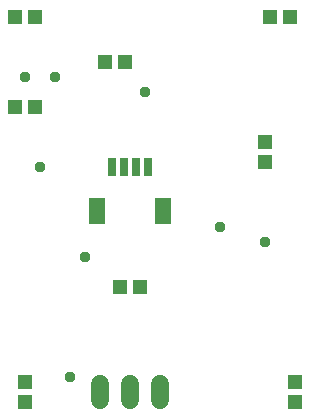
<source format=gbr>
G04 EAGLE Gerber RS-274X export*
G75*
%MOMM*%
%FSLAX34Y34*%
%LPD*%
%INSoldermask Top*%
%IPPOS*%
%AMOC8*
5,1,8,0,0,1.08239X$1,22.5*%
G01*
%ADD10R,1.203200X1.303200*%
%ADD11R,1.403200X2.203200*%
%ADD12R,0.803200X1.553200*%
%ADD13R,1.303200X1.203200*%
%ADD14C,1.524000*%
%ADD15C,0.959600*%


D10*
X25400Y42300D03*
X25400Y59300D03*
X254000Y59300D03*
X254000Y42300D03*
D11*
X86300Y204550D03*
X142300Y204550D03*
D12*
X99300Y241300D03*
X109300Y241300D03*
X119300Y241300D03*
X129300Y241300D03*
D13*
X122800Y139700D03*
X105800Y139700D03*
X93100Y330200D03*
X110100Y330200D03*
X33900Y292100D03*
X16900Y292100D03*
D10*
X228600Y262500D03*
X228600Y245500D03*
D13*
X232800Y368300D03*
X249800Y368300D03*
X16900Y368300D03*
X33900Y368300D03*
D14*
X88900Y57404D02*
X88900Y44196D01*
X139700Y44196D02*
X139700Y57404D01*
X114300Y57404D02*
X114300Y44196D01*
D15*
X127000Y304800D03*
X38100Y241300D03*
X190500Y190500D03*
X76200Y165100D03*
X25400Y317500D03*
X50800Y317500D03*
X228600Y177800D03*
X63500Y63500D03*
M02*

</source>
